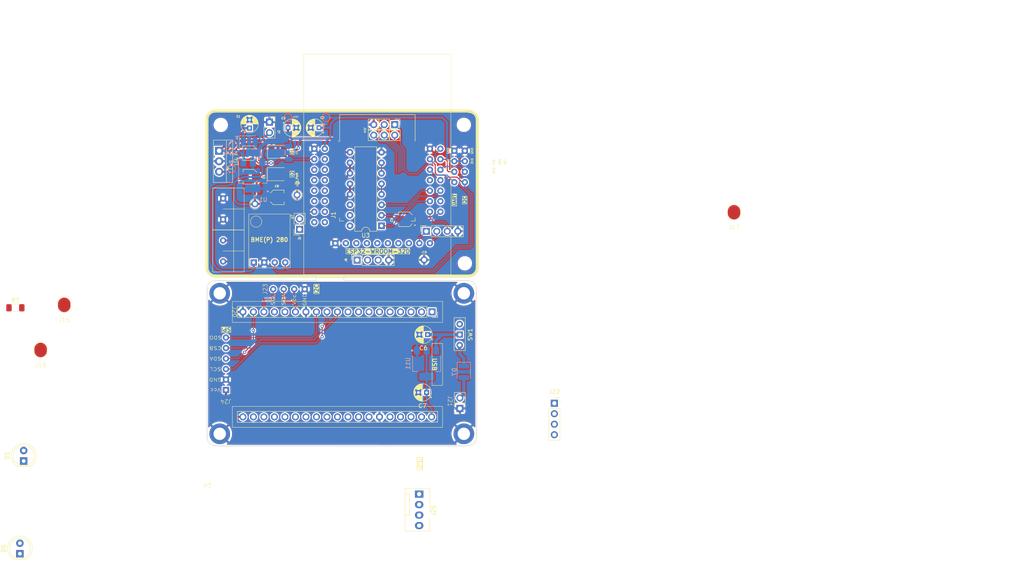
<source format=kicad_pcb>
(kicad_pcb (version 20240108) (generator "pcbnew") (generator_version "8.0")
  (layers (0 "F.Cu" signal) (31 "B.Cu" signal) (34 "B.Paste" user) (35 "F.Paste" user) (36 "B.SilkS" user "B.Silkscreen") (37 "F.SilkS" user "F.Silkscreen") (38 "B.Mask" user) (39 "F.Mask" user) (44 "Edge.Cuts" user))
  (net 0 "")
  (net 1 "GND")
  (net 2 "+3V3")
  (net 3 "+5V")
  (net 4 "/RXD")
  (net 5 "/TXD")
  (net 6 "/SDA")
  (net 7 "/GPIO_33")
  (net 8 "/SCL")
  (net 9 "/OUT3")
  (net 10 "/EN")
  (net 11 "/SOURCE2")
  (net 12 "/SOURCE1")
  (net 13 "/SOURCE3")
  (net 14 "/VDC")
  (net 15 "/DAC1")
  (net 16 "/DAC2")
  (net 17 "/GPIO39")
  (net 18 "/GPIO19")
  (net 19 "/GPIO17")
  (net 20 "/GPIO5")
  (net 21 "/GPIO18")
  (net 22 "/SD_DATA0")
  (net 23 "/ADC2_CH3")
  (net 24 "/SD_DATA3")
  (net 25 "/SD_CMD")
  (net 26 "/SD_CLK")
  (net 27 "/SD_DATA2")
  (net 28 "/SD_DATA1")
  (net 29 "/ADC2_CH0")
  (net 30 "/GPIO23")
  (net 31 "/GPIO36")
  (net 32 "/ADC2_CH2")
  (net 33 "/BOOT")
  (net 34 "/GPIO13")
  (net 35 "/SOURCE4")
  (net 36 "/SOURCE5")
  (net 37 "/SIPO_DATA")
  (net 38 "/SIPO_CLK")
  (net 39 "/SIPO_LATCH")
  (net 40 "/GPIO14")
  (net 41 "/OUT1")
  (net 42 "/VIN")
  (net 43 "Net-(D5-Pad1)")
  (net 44 "Net-(J15-Pin_1)")
  (net 45 "Net-(J19-Pin_1)")
  (net 46 "/OUT2")
  (net 58 "/ESP32-WROOM-32U Node/VIN")
  (net 63 "/ESP32-WROOM-32U Node/VDC")
  (net 74 "/ESP32-WROOM-32U Node/SPI-SDO")
  (net 75 "/ESP32-WROOM-32U Node/TX")
  (net 76 "Net-(D7-A)")
  (net 77 "/ESP32-WROOM-32U Node/SDA-2")
  (net 78 "/ESP32-WROOM-32U Node/SPI-CSB")
  (net 79 "/ESP32-WROOM-32U Node/SPI-SCL")
  (net 80 "/ESP32-WROOM-32U Node/SCL-2")
  (net 81 "/ESP32-WROOM-32U Node/RX")
  (net 82 "/ESP32-WROOM-32U Node/SPI-SDA")
  (net 84 "/ESP32-WROOM-32U Node/12V")
  (net 88 "/I2")
  (net 89 "/I1")
  (footprint "Capacitor_THT:CP_Radial_D4.0mm_P2.00mm" (layer "F.Cu") (at 107 44.2 180)
    (property "Reference" "C2")
    (property "Value" "1uF")
  )
  (footprint "LED_SMD:LED_1210_3225Metric_Pad1.42x2.65mm_HandSolder" (layer "F.Cu") (at 97 55.45)
    (property "Reference" "D2")
    (property "Value" "STATUS")
  )
  (footprint "Alexander Footprint Library:Board_65-40" (layer "F.Cu") (at 80 131.25)
    (property "Reference" "H3")
    (property "Value" "Project_Box_Board_65x40")
    (fp_line (start 0 -13) (end 0 -47) (stroke (width 0.05)) (layer "Edge.Cuts"))
    (fp_line (start 3 -50) (end 62 -50) (stroke (width 0.05)) (layer "Edge.Cuts"))
    (fp_line (start 62 -10) (end 3 -10) (stroke (width 0.05)) (layer "Edge.Cuts"))
    (fp_line (start 65 -47) (end 65 -13) (stroke (width 0.05)) (layer "Edge.Cuts"))
    (fp_arc (start 0 -47) (mid 0.87868 -49.12132) (end 3 -50) (stroke (width 0.05)) (layer "Edge.Cuts"))
    (fp_arc (start 3 -10) (mid 0.87868 -10.87868) (end 0 -13) (stroke (width 0.05)) (layer "Edge.Cuts"))
    (fp_arc (start 62 -50) (mid 64.12132 -49.12132) (end 65 -47) (stroke (width 0.05)) (layer "Edge.Cuts"))
    (fp_arc (start 65 -13) (mid 64.12132 -10.87868) (end 62 -10) (stroke (width 0.05)) (layer "Edge.Cuts"))
  )
  (footprint "Capacitor_SMD:CP_Elec_3x5.3" (layer "F.Cu") (at 90.3 50.35 180)
    (property "Reference" "C4")
    (property "Value" "0.1uF")
  )
  (footprint "Resistor_SMD:R_1206_3216Metric_Pad1.30x1.75mm_HandSolder" (layer "F.Cu") (at 33.612 87.7585)
    (property "Reference" "R7")
    (property "Value" "4K7")
  )
  (footprint "LED_THT:LED_D5.0mm" (layer "F.Cu") (at 34.7 147.25 90)
    (property "Reference" "D6")
    (property "Value" "LED_STATUS")
  )
  (footprint "Connector_PinSocket_2.54mm:PinSocket_1x04_P2.54mm_Vertical" (layer "F.Cu") (at 163.88 110.85)
    (property "Reference" "J22")
    (property "Value" "PWR_SATA_Conn_01x04")
  )
  (footprint "Alexander Footprint Library:Pad_1x01_P2.54_SMD" (layer "F.Cu") (at 39.712 102.098)
    (property "Reference" "J19")
    (property "Value" "LED_PWR")
  )
  (footprint "Alexanddr Footprints Library:ESP32-WROOM-Adapter-Socket-2" (layer "F.Cu") (at 121.1 56.9025)
    (property "Reference" "J1")
    (property "Value" "~")
  )
  (footprint "Alexander Footprint Library:Pad_1x01_P2.54_SMD" (layer "F.Cu") (at 45.412 91.198)
    (property "Reference" "J15")
    (property "Value" "LED_PWR")
  )
  (footprint "MountingHole:MountingHole_3mm" (layer "F.Cu") (at 142 43.5)
    (property "Reference" "H1" (hide yes))
    (property "Value" "MountingHole_Pad")
  )
  (footprint "MountingHole:MountingHole_3mm" (layer "F.Cu") (at 83.25 43.53)
    (property "Reference" "H2" (hide yes))
    (property "Value" "MountingHole_Pad")
  )
  (footprint "Alexander Footprints Library:Conn_Terminal_5mm" (layer "F.Cu") (at 83.82 53.69)
    (property "Reference" "J9" (hide yes))
    (property "Value" "Conn_01x02_Socket")
  )
  (footprint "Alexander Footprint Library:Pad_1x01_P2.54_SMD" (layer "F.Cu") (at 207.3 68.7895)
    (property "Reference" "J17")
    (property "Value" "GND")
  )
  (footprint "Connector:FanPinHeader_1x04_P2.54mm_Vertical" (layer "F.Cu") (at 131.2 132.83 -90)
    (property "Reference" "J25")
    (property "Value" "Conn_01x04_Pin")
  )
  (footprint "Capacitor_SMD:CP_Elec_3x5.3" (layer "F.Cu") (at 90.4 56.05 180)
    (property "Reference" "C9")
    (property "Value" "0.1uF")
  )
  (footprint "Capacitor_THT:CP_Radial_D4.0mm_P2.00mm" (layer "F.Cu") (at 133.25 94.25 180)
    (property "Reference" "C6")
    (property "Value" "1uF")
  )
  (footprint "Alexander Footprint Library:PinSocket_1x01_P2.54" (layer "F.Cu") (at 91.5 65.19)
    (property "Reference" "J7")
    (property "Value" "LED_PWR")
  )
  (footprint "Alexander Footprint Library:Conn_SPI" (layer "F.Cu") (at 84.5 112.74 180)
    (property "Reference" "J24")
    (property "Value" "~")
  )
  (footprint "Connector_PinSocket_2.54mm:PinSocket_1x02_P2.54mm_Vertical" (layer "F.Cu") (at 95.025 42.85)
    (property "Reference" "J2")
    (property "Value" "PWR")
  )
  (footprint "Connector_PinSocket_2.54mm:PinSocket_1x04_P2.54mm_Vertical" (layer "F.Cu") (at 116.2 76.225 90)
    (property "Reference" "J6")
    (property "Value" "SOURCE")
  )
  (footprint "Package_DIP:DIP-16_W7.62mm" (layer "F.Cu") (at 122.1 67.925 180)
    (property "Reference" "U3")
    (property "Value" "ULN2003")
  )
  (footprint "Connector_PinSocket_2.54mm:PinSocket_1x04_P2.54mm_Vertical" (layer "F.Cu") (at 132.92 69.25 90)
    (property "Reference" "J10" (hide yes))
    (property "Value" "ADC")
  )
  (footprint "Capacitor_SMD:CP_Elec_3x5.3" (layer "F.Cu") (at 128 66.35 180)
    (property "Reference" "C5")
    (property "Value" "0.1uF")
  )
  (footprint "Alexander Footprint Library:PinSocket_1x02_P2.54" (layer "F.Cu") (at 142.25 107 180)
    (property "Reference" "J21")
    (property "Value" "PWR")
  )
  (footprint "Capacitor_THT:CP_Radial_D4.0mm_P2.00mm" (layer "F.Cu") (at 99.5 44.2)
    (property "Reference" "C3")
    (property "Value" "1uF")
  )
  (footprint "Alexander Footprint Library:Conn_ESP32_WROOM-DevKit-38pins" (layer "F.Cu") (at 86.06 88.75 -90)
    (property "Reference" "J20")
    (property "Value" "~")
  )
  (footprint "Capacitor_SMD:CP_Elec_3x5.3" (layer "F.Cu") (at 96.8 61.05)
    (property "Reference" "C8")
    (property "Value" "10uF")
  )
  (footprint "Alexander Footprint Library:PinSocket_1x01_P2.54" (layer "F.Cu") (at 101.7 63.02)
    (property "Reference" "J18")
    (property "Value" "LED_PWR")
  )
  (footprint "Alexander Footprint Library:Conn_I2C" (layer "F.Cu") (at 111.16 83.25 -90)
    (property "Reference" "J23")
    (property "Value" "I2C")
  )
  (footprint "Connector_PinSocket_2.54mm:PinSocket_1x02_P2.54mm_Vertical" (layer "F.Cu") (at 102.3 68.79 180)
    (property "Reference" "J5")
    (property "Value" "DAC")
  )
  (footprint "Alexander Footprint Library:CONN_2x3" (layer "F.Cu") (at 130.38 43.45 -90)
    (property "Reference" "J14")
    (property "Value" "GPIO")
  )
  (footprint "Alexander Footprints Library:Conn_UART" (layer "F.Cu") (at 139.7 42.15)
    (property "Reference" "J3" (hide yes))
    (property "Value" "UART")
  )
  (footprint "Alexander Footprint Library:SW_Slide-03_7.3x2.5x2.5_P2.54mm" (layer "F.Cu") (at 141 94.25 -90)
    (property "Reference" "SW1")
    (property "Value" "SW_SPDT")
  )
  (footprint "Alexander Footprint Library:PinSocket_1x01_P2.54" (layer "F.Cu") (at 132.4 78.72)
    (property "Reference" "J16")
    (property "Value" "GND")
  )
  (footprint "Capacitor_THT:CP_Radial_D4.0mm_P2.00mm" (layer "F.Cu") (at 90.2 44.3 90)
    (property "Reference" "C1")
    (property "Value" "1uF")
  )
  (footprint "Alexander Footprint Library:BME280_BMP280_I2C" (layer "F.Cu") (at 90 78.1 90)
    (property "Reference" "U7")
    (property "Value" "BME(P)280")
  )
  (footprint "Capacitor_THT:CP_Radial_D4.0mm_P2.00mm" (layer "F.Cu") (at 133 108.25 180)
    (property "Reference" "C7")
    (property "Value" "1uF")
  )
  (footprint "Alexander Footprint Library:LD1117" (layer "F.Cu") (at 82.855 49.77 -90)
    (property "Reference" "U4")
    (property "Value" "L7805")
  )
  (footprint "Alexander Footprints Library:Conn_I2C" (layer "F.Cu") (at 142.24 42.15)
    (property "Reference" "J4" (hide yes))
    (property "Value" "I2C")
  )
  (footprint "LED_THT:LED_D5.0mm" (layer "F.Cu") (at 35.612 124.8335 90)
    (property "Reference" "D5")
    (property "Value" "LED_PWR")
  )
  (footprint "LED_SMD:LED_1210_3225Metric_Pad1.42x2.65mm_HandSolder" (layer "F.Cu") (at 97 50)
    (property "Reference" "D1")
    (property "Value" "PWR")
  )
  (footprint "MountingHole:MountingHole_3mm" (layer "F.Cu") (at 142.25 77)
    (property "Reference" "H4" (hide yes))
    (property "Value" "MountingHole_Pad")
  )
  (footprint "Alexander Footprints Library:Conn_Terminal_5mm" (layer "F.Cu") (at 83.82 63.85)
    (property "Reference" "J8" (hide yes))
    (property "Value" "Conn_01x02_Socket")
  )
  (footprint "TestPoint:TestPoint_Pad_D1.5mm" (layer "B.Cu") (at 99.5 41.75 180)
    (property "Reference" "TP4")
    (property "Value" "5V")
  )
  (footprint "TestPoint:TestPoint_Pad_D1.5mm" (layer "B.Cu") (at 108.7 41.75 180)
    (property "Reference" "TP3")
    (property "Value" "3V3")
  )
  (footprint "Diode_SMD:D_1210_3225Metric" (layer "B.Cu") (at 142 103.25 -90)
    (property "Reference" "D7")
    (property "Value" "D")
  )
  (footprint "Resistor_SMD:R_1206_3216Metric_Pad1.30x1.75mm_HandSolder" (layer "B.Cu") (at 99.7 50.25 -90)
    (property "Reference" "R1")
    (property "Value" "10K")
  )
  (footprint "Diode_SMD:D_1210_3225Metric" (layer "B.Cu") (at 90.1 47.75)
    (property "Reference" "D4")
    (property "Value" "D")
  )
  (footprint "TestPoint:TestPoint_Pad_D1.5mm" (layer "B.Cu") (at 86.2 48.45 180)
    (property "Reference" "TP1")
    (property "Value" "VIN")
  )
  (footprint "TestPoint:TestPoint_Pad_D1.5mm" (layer "B.Cu") (at 85.9 54.15 180)
    (property "Reference" "TP2")
    (property "Value" "GND")
  )
  (footprint "Package_TO_SOT_SMD:SOT-223-3_TabPin2" (layer "B.Cu") (at 91 55.75 -90)
    (property "Reference" "U1")
    (property "Value" "AMS1117-3V3")
  )
  (footprint "Package_TO_SOT_SMD:SOT-223-3_TabPin2" (layer "B.Cu") (at 133 101.25 -90)
    (property "Reference" "U11")
    (property "Value" "AMS1117-5.0")
  )
  (gr_line (start 145.25 42.11421) (end 145.25 78.085782) (stroke (width 0.75)) (layer "F.SilkS"))
  (gr_line (start 81.914218 40.164218) (end 143.08579 40.164218) (stroke (width 0.75)) (layer "F.SilkS"))
  (gr_arc (start 145.25 78.085782) (mid 144.66422 79.500007) (end 143.25 80.085782) (stroke (width 0.75)) (layer "F.SilkS"))
  (gr_line (start 79.914218 42.11421) (end 79.914218 78.085782) (stroke (width 0.75)) (layer "F.SilkS"))
  (gr_arc (start 81.914218 80.085782) (mid 80.499999 79.500001) (end 79.914218 78.085782) (stroke (width 0.75)) (layer "F.SilkS"))
  (gr_arc (start 143.25 40.25) (mid 144.664214 40.835786) (end 145.25 42.25) (stroke (width 0.75)) (layer "F.SilkS"))
  (gr_arc (start 79.914218 42.164218) (mid 80.499999 40.749999) (end 81.914218 40.164218) (stroke (width 0.75)) (layer "F.SilkS"))
  (gr_line (start 81.914214 80.085782) (end 143.085786 80.085782) (stroke (width 0.75)) (layer "F.SilkS"))
  (gr_line (start 82.014214 80.235786) (end 106.4 80.25) (stroke (width 0.1)) (layer "Edge.Cuts"))
  (gr_line (start 80 42.25) (end 80.014214 78.235786) (stroke (width 0.1)) (layer "Edge.Cuts"))
  (gr_arc (start 79.921321 83.157107) (mid 80.507106 81.742896) (end 81.921321 81.157107) (stroke (width 0.1)) (layer "Edge.Cuts"))
  (gr_line (start 81.921321 121.128679) (end 143.107107 121.142893) (stroke (width 0.1)) (layer "Edge.Cuts"))
  (gr_arc (start 81.921321 121.128679) (mid 80.507101 120.542899) (end 79.921321 119.128679) (stroke (width 0.1)) (layer "Edge.Cuts"))
  (gr_line (start 143.092893 81.157107) (end 113 81.15) (stroke (width 0.1)) (layer "Edge.Cuts"))
  (gr_arc (start 145.107107 119.142893) (mid 144.521321 120.557107) (end 143.107107 121.142893) (stroke (width 0.1)) (layer "Edge.Cuts"))
  (gr_line (start 106.4 81.15) (end 81.921321 81.157107) (stroke (width 0.1)) (layer "Edge.Cuts"))
  (gr_arc (start 143.185786 40.264214) (mid 144.600004 40.849996) (end 145.185786 42.264214) (stroke (width 0.1)) (layer "Edge.Cuts"))
  (gr_line (start 113 80.25) (end 143.185786 80.235786) (stroke (width 0.1)) (layer "Edge.Cuts"))
  (gr_arc (start 82.014214 80.235786) (mid 80.599996 79.650004) (end 80.014214 78.235786) (stroke (width 0.1)) (layer "Edge.Cuts"))
  (gr_line (start 145.185786 42.264214) (end 145.185786 78.235786) (stroke (width 0.1)) (layer "Edge.Cuts"))
  (gr_arc (start 80 42.25) (mid 80.585786 40.835786) (end 82 40.25) (stroke (width 0.1)) (layer "Edge.Cuts"))
  (gr_line (start 145.107107 119.142893) (end 145.092893 83.157107) (stroke (width 0.1)) (layer "Edge.Cuts"))
  (gr_line (start 79.921321 119.128679) (end 79.921321 83.157107) (stroke (width 0.1)) (layer "Edge.Cuts"))
  (gr_line (start 106.4 81.15) (end 106.4 80.25) (stroke (width 0.1)) (layer "Edge.Cuts"))
  (gr_arc (start 145.185786 78.235786) (mid 144.600004 79.650004) (end 143.185786 80.235786) (stroke (width 0.1)) (layer "Edge.Cuts"))
  (gr_arc (start 143.092893 81.157107) (mid 144.507112 81.742888) (end 145.092893 83.157107) (stroke (width 0.1)) (layer "Edge.Cuts"))
  (gr_line (start 113 81.15) (end 113 80.25) (stroke (width 0.1)) (layer "Edge.Cuts"))
  (gr_line (start 143.185786 40.264214) (end 82 40.25) (stroke (width 0.1)) (layer "Edge.Cuts"))
  (gr_text "PWR" (at 132 127.25 90) (layer "F.SilkS" knockout) (effects (font (size 1 1) (thickness 0.25) (bold yes)) (justify left bottom)))
  (segment (start 84.21 66) (end 83.82 66.39) (width 0.5) (layer "F.Cu") (net 1))
  (segment (start 95.5 54.8625) (end 95.5125 54.85) (width 0.25) (layer "F.Cu") (net 1))
  (segment (start 95.5 55.4625) (end 95.5125 55.45) (width 0.25) (layer "F.Cu") (net 1))
  (segment (start 91.5 59.65) (end 91.9 59.25) (width 0.5) (layer "F.Cu") (net 2))
  (segment (start 101.15 50) (end 102 49.15) (width 0.5) (layer "F.Cu") (net 2))
  (segment (start 84.5 107.66) (end 84.5 112.25) (width 0.5) (layer "F.Cu") (net 2))
  (segment (start 87.75 85.75) (end 100 85.75) (width 0.5) (layer "F.Cu") (net 2))
  (segment (start 94.63 62.62) (end 91.5 62.62) (width 0.5) (layer "F.Cu") (net 2))
  (segment (start 101 84.75) (end 101 83.25) (width 0.5) (layer "F.Cu") (net 2))
  (segment (start 88.6 114.15) (end 86.4 114.15) (width 0.5) (layer "F.Cu") (net 2))
  (segment (start 84.5 112.25) (end 85.25 113) (width 0.5) (layer "F.Cu") (net 2))
  (segment (start 91.9 59.25) (end 91.9 56.05) (width 0.5) (layer "F.Cu") (net 2))
  (segment (start 98.4875 50) (end 101.15 50) (width 0.5) (layer "F.Cu") (net 2))
  (segment (start 95.3 61.05) (end 95.3 61.95) (width 0.5) (layer "F.Cu") (net 2))
  (segment (start 95.3 61.95) (end 94.63 62.62) (width 0.5) (layer "F.Cu") (net 2))
  (segment (start 82.25 110) (end 82.25 91.25) (width 0.5) (layer "F.Cu") (net 2))
  (segment (start 91.5 62.62) (end 91.5 59.65) (width 0.5) (layer "F.Cu") (net 2))
  (segment (start 82.25 91.25) (end 87.75 85.75) (width 0.5) (layer "F.Cu") (net 2))
  (segment (start 86.4 114.15) (end 85.25 113) (width 0.5) (layer "F.Cu") (net 2))
  (segment (start 100 85.75) (end 101 84.75) (width 0.5) (layer "F.Cu") (net 2))
  (segment (start 85.25 113) (end 82.25 110) (width 0.5) (layer "F.Cu") (net 2))
  (via (at 102 49.15) (size 0.8) (drill 0.4) (layers "F.Cu" "B.Cu") (net 2))
  (segment (start 96.075 48.7) (end 97.525 48.7) (width 0.5) (layer "B.Cu") (net 2))
  (segment (start 108.4 49.2825) (end 108.4 47.85) (width 0.5) (layer "B.Cu") (net 2))
  (segment (start 109.408578 44.2) (end 107 44.2) (width 0.5) (layer "B.Cu") (net 2))
  (segment (start 109.5 46.75) (end 109.75 46.5) (width 0.5) (layer "B.Cu") (net 2))
  (segment (start 81.3 75.997918) (end 81.3 59.75104) (width 0.5) (layer "B.Cu") (net 2))
  (segment (start 93.3 54.905025) (end 93.3 52.6) (width 0.5) (layer "B.Cu") (net 2))
  (segment (start 100 48.7) (end 100 48.03033) (width 0.5) (layer "B.Cu") (net 2))
  (segment (start 137.9 51.55) (end 138.66 52.31) (width 0.5) (layer "B.Cu") (net 2))
  (segment (start 84.202081 78.9) (end 89.990883 78.9) (width 0.5) (layer "B.Cu") (net 2))
  (segment (start 109.75 45) (end 109.75 44.141421) (width 0.5) (layer "B.Cu") (net 2))
  (segment (start 103 46.75) (end 101.28033 46.75) (width 0.5) (layer "B.Cu") (net 2))
  (segment (start 109.75 43.858578) (end 109.75 44.141421) (width 0.5) (layer "B.Cu") (net 2))
  (segment (start 138.66 52.31) (end 139.7 52.31) (width 0.5) (layer "B.Cu") (net 2))
  (segment (start 139.7 52.31) (end 142.24 52.31) (width 0.5) (layer "B.Cu") (net 2))
  (segment (start 129.1 41.75) (end 136.8 41.75) (width 0.5) (layer "B.Cu") (net 2))
  (segment (start 112.31066 41.75) (end 129.1 41.75) (width 0.5) (layer "B.Cu") (net 2))
  (segment (start 88.207106 62.75) (end 91.5 62.75) (width 0.5) (layer "B.Cu") (net 2))
  (segment (start 86.5 61.042893) (end 86.5 57.5) (width 0.5) (layer "B.Cu") (net 2))
  (segment (start 103 46.75) (end 109.5 46.75) (width 0.5) (layer "B.Cu") (net 2))
  (segment (start 137.9 42.85) (end 137.9 51.55) (width 0.5) (layer "B.Cu") (net 2))
  (segment (start 91.22 77.670883) (end 91.22 76.8) (width 0.5) (layer "B.Cu") (net 2))
  (segment (start 89.455634 56.1) (end 92.105025 56.1) (width 0.5) (layer "B.Cu") (net 2))
  (segment (start 96.075 48.7) (end 95.177817 48.7) (width 0.5) (layer "B.Cu") (net 2))
  (segment (start 136.8 41.75) (end 137.9 42.85) (width 0.5) (layer "B.Cu") (net 2))
  (segment (start 108.4 47.85) (end 109.75 46.5) (width 0.5) (layer "B.Cu") (net 2))
  (segment (start 109.75 46.5) (end 109.75 45) (width 0.5) (layer "B.Cu") (net 2))
  (segment (start 110.015165 42.984834) (end 110.5 42.5) (width 0.5) (layer "B.Cu") (net 2))
  (segment (start 102 47.75) (end 103 46.75) (width 0.5) (layer "B.Cu") (net 2))
  (segment (start 109.75 43.858578) (end 109.75 43.625) (width 0.5) (layer "B.Cu") (net 2))
  (segment (start 93.3 52.6) (end 93.3 50.577817) (width 0.5) (layer "B.Cu") (net 2))
  (segment (start 82.75104 58.3) (end 84.144365 58.3) (width 0.5) (layer "B.Cu") (net 2))
  (segment (start 102 49.15) (end 102 47.75) (width 0.5) (layer "B.Cu") (net 2))
  (segment (start 129.3 41.75) (end 129.1 41.75) (width 0.5) (layer "B.Cu") (net 2))
  (segment (start 108.7 41.75) (end 112.31066 41.75) (width 0.5) (layer "B.Cu") (net 2))
  (segment (start 100 48.7) (end 97.525 48.7) (width 0.5) (layer "B.Cu") (net 2))
  (arc (start 93.3 54.905025) (mid 93.209037 55.362322) (end 92.95 55.75) (width 0.5) (layer "B.Cu") (net 2))
  (arc (start 86.8 57.2) (mid 85.581584 58.014119) (end 84.144365 58.3) (width 0.5) (layer "B.Cu") (net 2))
  (arc (start 89.455634 56.1) (mid 88.018415 56.38588) (end 86.8 57.2) (width 0.5) (layer "B.Cu") (net 2))
  (arc (start 86.5 61.042893) (mid 86.629945 61.696174) (end 87 62.25) (width 0.5) (layer "B.Cu") (net 2))
  (arc (start 82.75104 58.3) (mid 82.195751 58.410453) (end 81.725 58.725) (width 0.5) (layer "B.Cu") (net 2))
  (arc (start 92.95 55.75) (mid 92.562322 56.009037) (end 92.105025 56.1) (width 0.5) (layer "B.Cu") (net 2))
  (arc (start 109.75 43.625) (mid 109.818914 43.278544) (end 110.015165 42.984834) (width 0.5) (layer "B.Cu") (net 2))
  (arc (start 95.177817 48.7) (mid 94.459207 48.84294) (end 93.85 49.25) (width 0.5) (layer "B.Cu") (net 2))
  (arc (start 82.15 78.05) (mid 83.091502 78.679092) (end 84.202081 78.9) (width 0.5) (layer "B.Cu") (net 2))
  (arc (start 109.75 44.141421) (mid 109.713838 44.087301) (end 109.65 44.1) (width 0.5) (layer "B.Cu") (net 2))
  (arc (start 93.85 49.25) (mid 93.44294 49.859207) (end 93.3 50.577817) (width 0.5) (layer "B.Cu") (net 2))
  (arc (start 90.86 78.54) (mid 90.461245 78.806439) (end 89.990883 78.9) (width 0.5) (layer "B.Cu") (net 2))
  (arc (start 109.65 44.1) (mid 109.539234 44.17401) (end 109.408578 44.2) (width 0.5) (layer "B.Cu") (net 2))
  (arc (start 87 62.25) (mid 87.553825 62.620054) (end 88.207106 62.75) (width 0.5) (layer "B.Cu") (net 2))
  (arc (start 81.725 58.725) (mid 81.410453 59.195751) (end 81.3 59.75104) (width 0.5) (layer "B.Cu") (net 2))
  (arc (start 101.28033 46.75) (mid 100.790368 46.847459) (end 100.375 47.125) (width 0.5) (layer "B.Cu") (net 2))
  (arc (start 91.22 77.670883) (mid 91.126439 78.141245) (end 90.86 78.54) (width 0.5) (layer "B.Cu") (net 2))
  (arc (start 110.5 42.5) (mid 111.330737 41.944918) (end 112.31066 41.75) (width 0.5) (layer "B.Cu") (net 2))
  (arc (start 109.65 44.1) (mid 109.72401 43.989234) (end 109.75 43.858578) (width 0.5) (layer "B.Cu") (net 2))
  (arc (start 100.375 47.125) (mid 100.097459 47.540368) (end 100 48.03033) (width 0.5) (layer "B.Cu") (net 2))
  (arc (start 81.3 75.997918) (mid 81.520907 77.108496) (end 82.15 78.05) (width 0.5) (layer "B.Cu") (net 2))
  (segment (start 99.5 45.693413) (end 99.5 44.2) (width 0.5) (layer "F.Cu") (net 3))
  (segment (start 111.2 46.85) (end 100.365867 46.85) (width 0.5) (layer "F.Cu") (net 3))
  (segment (start 98.6375 46.9625) (end 99.2125 46.3875) (width 0.5) (layer "F.Cu") (net 3))
  (segment (start 100.365867 46.85) (end 99.465867 45.95) (width 0.5) (layer "F.Cu") (net 3))
  (segment (start 112 47.65) (end 111.2 46.85) (width 0.5) (layer "F.Cu") (net 3))
  (segment (start 112 49.15) (end 112 47.65) (width 0.5) (layer "F.Cu") (net 3))
  (segment (start 88.1 47.25) (end 97.943413 47.25) (width 0.5) (layer "F.Cu") (net 3))
  (segment (start 84.9 54.85) (end 85.4 54.35) (width 0.5) (layer "F.Cu") (net 3))
  (segment (start 85.4 54.35) (end 85.4 49.95) (width 0.5) (layer "F.Cu") (net 3))
  (segment (start 114.48 50.145) (end 112.995 50.145) (width 0.5) (layer "F.Cu") (net 3))
  (segment (start 112.995 50.145) (end 112 49.15) (width 0.5) (layer "F.Cu") (net 3))
  (segment (start 82.855 54.85) (end 84.9 54.85) (width 0.5) (layer "F.Cu") (net 3))
  (segment (start 85.4 49.95) (end 88.1 47.25) (width 0.5) (layer "F.Cu") (net 3))
  (arc (start 97.943413 47.25) (mid 98.31905 47.175281) (end 98.6375 46.9625) (width 0.5) (layer "F.Cu") (net 3))
  (arc (start 99.5 45.693413) (mid 99.425281 46.06905) (end 99.2125 46.3875) (width 0.5) (layer "F.Cu") (net 3))
  (segment (start 133 98.1) (end 133 104.4) (width 0.5) (layer "B.Cu") (net 3))
  (segment (start 133 108.25) (end 133 104.4) (width 0.5) (layer "B.Cu") (net 3))
  (segment (start 133 111) (end 133 108.25) (width 0.5) (layer "B.Cu") (net 3))
  (segment (start 134.21 114.15) (end 134.21 112.21) (width 0.5) (layer "B.Cu") (net 3))
  (segment (start 134.21 112.21) (end 133 111) (width 0.5) (layer "B.Cu") (net 3))
  (segment (start 99.5 42.25) (end 99.5 44.2) (width 0.25) (layer "B.Cu") (net 3))
  (segment (start 139.7 57.35) (end 139.7 57.39) (width 0.25) (layer "F.Cu") (net 4))
  (segment (start 140.3 57.45) (end 139.3 57.45) (width 0.25) (layer "F.Cu") (net 4))
  (segment (start 139.04 57.39) (end 139.7 57.39) (width 0.25) (layer "F.Cu") (net 4))
  (segment (start 137.96 55.65) (end 139.7 57.39) (width 0.25) (layer "B.Cu") (net 4))
  (segment (start 133.8 54.3625) (end 135.0875 55.65) (width 0.25) (layer "B.Cu") (net 4))
  (segment (start 135.0875 55.65) (end 137.96 55.65) (width 0.25) (layer "B.Cu") (net 4))
  (segment (start 138 52.25) (end 137.5725 51.8225) (width 0.25) (layer "F.Cu") (net 5))
  (segment (start 139.7 54.85) (end 138.3 54.85) (width 0.25) (layer "F.Cu") (net 5))
  (segment (start 137.5725 51.8225) (end 136.34 51.8225) (width 0.25) (layer "F.Cu") (net 5))
  (segment (start 138 54.55) (end 138 52.25) (width 0.25) (layer "F.Cu") (net 5))
  (segment (start 138.3 54.85) (end 138 54.55) (width 0.25) (layer "F.Cu") (net 5))
  (segment (start 139.7 54.85) (end 139.5 54.85) (width 0.25) (layer "F.Cu") (net 5))
  (segment (start 142.24 54.85) (end 142.24 55.51) (width 0.25) (layer "F.Cu") (net 6))
  (segment (start 98.84 76.8) (end 98.84 78.09) (width 0.25) (layer "B.Cu") (net 6))
  (segment (start 141 57.95) (end 141 56.09) (width 0.25) (layer "B.Cu") (net 6))
  (segment (start 140.990501 53.600501) (end 142.24 54.85) (width 0.25) (layer "B.Cu") (net 6))
  (segment (start 136.34 54.3625) (end 137.101999 53.600501) (width 0.25) (layer "B.Cu") (net 6))
  (segment (start 143.281802 72.781802) (end 143.55 72.513604) (width 0.25) (layer "B.Cu") (net 6))
  (segment (start 99.4 78.65) (end 130.7 78.65) (width 0.25) (layer "B.Cu") (net 6))
  (segment (start 130.7 78.65) (end 134.55 78.65) (width 0.25) (layer "B.Cu") (net 6))
  (segment (start 143.55 72.513604) (end 143.55 60.5) (width 0.25) (layer "B.Cu") (net 6))
  (segment (start 143.55 60.5) (end 141 57.95) (width 0.25) (layer "B.Cu") (net 6))
  (segment (start 140.418198 72.781802) (end 143.281802 72.781802) (width 0.25) (layer "B.Cu") (net 6))
  (segment (start 98.84 78.09) (end 99.4 78.65) (width 0.25) (layer "B.Cu") (net 6))
  (segment (start 141 56.09) (end 142.24 54.85) (width 0.25) (layer "B.Cu") (net 6))
  (segment (start 137.101999 53.600501) (end 140.990501 53.600501) (width 0.25) (layer "B.Cu") (net 6))
  (segment (start 134.55 78.65) (end 140.418198 72.781802) (width 0.25) (layer "B.Cu") (net 6))
  (segment (start 135.1 55.15) (end 135.6 55.65) (width 0.25) (layer "F.Cu") (net 8))
  (segment (start 133.8 51.8225) (end 135.1 53.1225) (width 0.25) (layer "F.Cu") (net 8))
  (segment (start 141.603604 57.39) (end 142.24 57.39) (width 0.25) (layer "F.Cu") (net 8))
  (segment (start 137.3 55.65) (end 137.8 56.15) (width 0.25) (layer "F.Cu") (net 8))
  (segment (start 135.1 53.1225) (end 135.1 55.15) (width 0.25) (layer "F.Cu") (net 8))
  (segment (start 135.6 55.65) (end 137.3 55.65) (width 0.25) (layer "F.Cu") (net 8))
  (segment (start 140.363604 56.15) (end 141.603604 57.39) (width 0.25) (layer "F.Cu") (net 8))
  (segment (start 137.8 56.15) (end 140.363604 56.15) (width 0.25) (layer "F.Cu") (net 8))
  (segment (start 142.24 58.553604) (end 142.24 57.39) (width 0.25) (layer "B.Cu") (net 8))
  (segment (start 144 72.7) (end 144 60.313604) (width 0.25) (layer "B.Cu") (net 8))
  (segment (start 134.8 79.1) (end 140.6 73.3) (width 0.25) (layer "B.Cu") (net 8))
  (segment (start 140.6 73.3) (end 143.4 73.3) (width 0.25) (layer "B.Cu") (net 8))
  (segment (start 96.3 76.8) (end 96.3 78.45) (width 0.25) (layer "B.Cu") (net 8))
  (segment (start 143.4 73.3) (end 144 72.7) (width 0.25) (layer "B.Cu") (net 8))
  (segment (start 96.3 78.45) (end 96.95 79.1) (width 0.25) (layer "B.Cu") (net 8))
  (segment (start 144 60.313604) (end 142.24 58.553604) (width 0.25) (layer "B.Cu") (net 8))
  (segment (start 96.95 79.1) (end 134.8 79.1) (width 0.25) (layer "B.Cu") (net 8))
  (segment (start 92.3 52.75) (end 91.8 52.25) (width 0.25) (layer "F.Cu") (net 10))
  (segment (start 91.8 52.25) (end 91.8 50.35) (width 0.25) (layer "F.Cu") (net 10))
  (segment (start 95.4 52.75) (end 92.3 52.75) (width 0.25) (layer "F.Cu") (net 10))
  (via (at 95.4 52.75) (size 0.8) (drill 0.4) (layers "F.Cu" "B.Cu") (net 10))
  (segment (start 95.4 52.75) (end 96.7 52.75) (width 0.25) (layer "B.Cu") (net 10))
  (segment (start 101.4 51.8) (end 101.45 51.8) (width 0.25) (layer "B.Cu") (net 10))
  (segment (start 105.86 51.8225) (end 101.4225 51.8225) (width 0.25) (layer "B.Cu") (net 10))
  (segment (start 99.7 51.8) (end 101.4 51.8) (width 0.25) (layer "B.Cu") (net 10))
  (segment (start 97.65 51.8) (end 99.7 51.8) (width 0.25) (layer "B.Cu") (net 10))
  (segment (start 101.4225 51.8225) (end 101.4 51.8) (width 0.25) (layer "B.Cu") (net 10))
  (segment (start 96.7 52.75) (end 97.65 51.8) (width 0.25) (layer "B.Cu") (net 10))
  (segment (start 111.2 66.85) (end 111.2 58.505) (width 0.5) (layer "F.Cu") (net 11))
  (segment (start 111.2 58.505) (end 114.48 55.225) (width 0.5) (layer "F.Cu") (net 11))
  (segment (start 83.82 71.47) (end 86.37 71.47) (width 0.5) (layer "F.Cu") (net 11))
  (segment (start 114.48 55.225) (end 114.48 52.685) (width 0.5) (layer "F.Cu") (net 11))
  (segment (start 86.37 71.47) (end 88 73.1) (width 0.5) (layer "F.Cu") (net 11))
  (segment (start 104.95 73.1) (end 111.2 66.85) (width 0.5) (layer "F.Cu") (net 11))
  (segment (start 88 73.1) (end 104.95 73.1) (width 0.5) (layer "F.Cu") (net 11))
  (segment (start 83.82 76.55) (end 86.275 76.55) (width 0.5) (layer "F.Cu") (net 12))
  (segment (start 104.8 74.75) (end 112.2 67.35) (width 0.5) (layer "F.Cu") (net 12))
  (segment (start 112.2 62.585) (end 114.48 60.305) (width 0.5) (layer "F.Cu") (net 12))
  (segment (start 86.275 76.55) (end 88.075 74.75) (width 0.5) (layer "F.Cu") (net 12))
  (segment (start 114.48 60.305) (end 114.48 57.765) (width 0.5) (layer "F.Cu") (net 12))
  (segment (start 112.2 67.35) (end 112.2 62.585) (width 0.5) (layer "F.Cu") (net 12))
  (segment (start 88.075 74.75) (end 104.8 74.75) (width 0.5) (layer "F.Cu") (net 12))
  (segment (start 95.025 45.425) (end 92.7 47.75) (width 0.5) (layer "B.Cu") (net 14))
  (segment (start 92.7 47.75) (end 91.5 47.75) (width 0.5) (layer "B.Cu") (net 14))
  (segment (start 95.025 45.39) (end 95.025 45.425) (width 0.5) (layer "B.Cu") (net 14))
  (segment (start 127.25 49.7) (end 125.3 47.75) (width 0.25) (layer "B.Cu") (net 18))
  (segment (start 125.3 47.75) (end 125.3 45.99) (width 0.25) (layer "B.Cu") (net 18))
  (segment (start 127.25 54.563604) (end 127.25 49.7) (width 0.25) (layer "B.Cu") (net 18))
  (segment (start 123.255812 47.615) (end 121.865 47.615) (width 0.25) (layer "B.Cu") (net 19))
  (segment (start 124.725 67.925) (end 130.6675 61.9825) (width 0.25) (layer "B.Cu") (net 19))
  (segment (start 122.1 67.925) (end 124.725 67.925) (width 0.25) (layer "B.Cu") (net 19))
  (segment (start 121.865 47.615) (end 120.24 45.99) (width 0.25) (layer "B.Cu") (net 19))
  (segment (start 125.7 50.059188) (end 123.255812 47.615) (width 0.25) (layer "B.Cu") (net 19))
  (segment (start 125.7 55.05) (end 125.7 50.059188) (width 0.25) (layer "B.Cu") (net 19))
  (segment (start 130.6675 61.9825) (end 133.8 61.9825) (width 0.25) (layer "B.Cu") (net 19))
  (segment (start 120.24 45.99) (end 120.22 45.99) (width 0.25) (layer "B.Cu") (net 19))
  (segment (start 126.628604 65.385) (end 122.1 65.385) (width 0.25) (layer "B.Cu") (net 20))
  (segment (start 122.903604 45.99) (end 126.8 49.886396) (width 0.25) (layer "B.Cu") (net 20))
  (segment (start 122.76 45.99) (end 122.903604 45.99) (width 0.25) (layer "B.Cu") (net 20))
  (segment (start 131.263604 60.75) (end 126.628604 65.385) (width 0.25) (layer "B.Cu") (net 20))
  (segment (start 136.34 59.4425) (end 135.0325 60.75) (width 0.25) (layer "B.Cu") (net 20))
  (segment (start 135.0325 60.75) (end 131.263604 60.75) (width 0.25) (layer "B.Cu") (net 20))
  (segment (start 126.8 49.886396) (end 126.8 54.75) (width 0.25) (layer "B.Cu") (net 20))
  (segment (start 128.532208 62.845) (end 131.934708 59.4425) (width 0.25) (layer "B.Cu") (net 21))
  (segment (start 126.35 55.063604) (end 126.35 50.072792) (width 0.25) (layer "B.Cu") (net 21))
  (segment (start 131.934708 59.4425) (end 133.8 59.4425) (width 0.25) (layer "B.Cu") (net 21))
  (segment (start 126.35 50.072792) (end 123.442208 47.165) (width 0.25) (layer "B.Cu") (net 21))
  (segment (start 123.442208 47.165) (end 122.051396 47.165) (width 0.25) (layer "B.Cu") (net 21))
  (segment (start 121.5 46.613604) (end 121.5 44.71) (width 0.25) (layer "B.Cu") (net 21))
  (segment (start 121.5 44.71) (end 122.76 43.45) (width 0.25) (layer "B.Cu") (net 21))
  (segment (start 122.1 62.845) (end 128.532208 62.845) (width 0.25) (layer "B.Cu") (net 21))
  (segment (start 122.051396 47.165) (end 121.5 46.613604) (width 0.25) (layer "B.Cu") (net 21))
  (segment (start 131.26 70.91) (end 132.92 69.25) (width 0.25) (layer "B.Cu") (net 23))
  (segment (start 131.26 72.1425) (end 131.26 70.91) (width 0.25) (layer "B.Cu") (net 23))
  (segment (start 137.3 66.95) (end 134.8 66.95) (width 0.25) (layer "B.Cu") (net 29))
  (segment (start 138 69.25) (end 138 67.65) (width 0.25) (layer "B.Cu") (net 29))
  (segment (start 138 67.65) (end 137.3 66.95) (width 0.25) (layer "B.Cu") (net 29))
  (segment (start 134.8 66.95) (end 133.8 65.95) (width 0.25) (layer "B.Cu") (net 29))
  (segment (start 133.8 65.95) (end 133.8 64.5225) (width 0.25) (layer "B.Cu") (net 29))
  (segment (start 128.672792 55.35) (end 130.8 55.35) (width 0.25) (layer "B.Cu") (net 30))
  (segment (start 126.7 44.85) (end 126.7 48.45) (width 0.25) (layer "B.Cu") (net 30))
  (segment (start 126.7 48.45) (end 127.7 49.45) (width 0.25) (layer "B.Cu") (net 30))
  (segment (start 125.3 43.45) (end 126.7 44.85) (width 0.25) (layer "B.Cu") (net 30))
  (segment (start 135.1 50.5225) (end 136.34 49.2825) (width 0.25) (layer "B.Cu") (net 30))
  (segment (start 133 53.15) (end 134.1 53.15) (width 0.25) (layer "B.Cu") (net 30))
  (segment (start 127.7 49.45) (end 127.7 54.377208) (width 0.25) (layer "B.Cu") (net 30))
  (segment (start 130.8 55.35) (end 133 53.15) (width 0.25) (layer "B.Cu") (net 30))
  (segment (start 127.7 54.377208) (end 128.672792 55.35) (width 0.25) (layer "B.Cu") (net 30))
  (segment (start 135.1 52.15) (end 135.1 50.5225) (width 0.25) (layer "B.Cu") (net 30))
  (segment (start 134.1 53.15) (end 135.1 52.15) (width 0.25) (layer "B.Cu") (net 30))
  (segment (start 135.46 70.4825) (end 133.8 72.1425) (width 0.25) (layer "B.Cu") (net 32))
  (segment (start 135.46 69.25) (end 135.46 70.4825) (width 0.25) (layer "B.Cu") (net 32))
  (segment (start 129.5 66.35) (end 134.5125 66.35) (width 0.25) (layer "F.Cu") (net 33))
  (segment (start 134.5125 66.35) (end 136.34 64.5225) (width 0.25) (layer "F.Cu") (net 33))
  (segment (start 101.7 56.05) (end 101.7 62.65) (width 0.25) (layer "F.Cu") (net 40))
  (segment (start 101.7 62.65) (end 103.6 64.55) (width 0.25) (layer "F.Cu") (net 40))
  (segment (start 105.8325 64.55) (end 105.86 64.5225) (width 0.25) (layer "F.Cu") (net 40))
  (segment (start 98.4875 55.45) (end 101.1 55.45) (width 0.25) (layer "F.Cu") (net 40))
  (segment (start 103.6 64.55) (end 105.8325 64.55) (width 0.25) (layer "F.Cu") (net 40))
  (segment (start 101.1 55.45) (end 101.7 56.05) (width 0.25) (layer "F.Cu") (net 40))
  (segment (start 82.98 49.77) (end 82.855 49.77) (width 0.5) (layer "F.Cu") (net 42))
  (segment (start 90.2 44.3) (end 88.45 44.3) (width 0.5) (layer "F.Cu") (net 42))
  (segment (start 88.45 44.3) (end 82.98 49.77) (width 0.5) (layer "F.Cu") (net 42))
  (segment (start 88.7 50.546446) (end 88.7 51.253553) (width 0.5) (layer "B.Cu") (net 42))
  (segment (start 88.7 45.153553) (end 88.7 47.4) (width 0.5) (layer "B.Cu") (net 42))
  (segment (start 86.2 49.11) (end 86.2 48.45) (width 0.25) (layer "B.Cu") (net 42))
  (segment (start 88.45 50.65) (end 88.2 50.4) (width 0.5) (layer "B.Cu") (net 42))
  (segment (start 88.7 50.546446) (end 88.7 47.4) (width 0.5) (layer "B.Cu") (net 42))
  (segment (start 88.45 50.65) (end 88.054368 50.254368) (width 0.5) (layer "B.Cu") (net 42))
  (segment (start 89.553553 44.3) (end 90.2 44.3) (width 0.5) (layer "B.Cu") (net 42))
  (segment (start 88.7 51.253553) (end 88.7 52.6) (width 0.5) (layer "B.Cu") (net 42))
  (segment (start 86.86 49.77) (end 85.54 49.77) (width 0.5) (layer "B.Cu") (net 42))
  (segment (start 86.885 49.77) (end 86.86 49.77) (width 0.5) (layer "B.Cu") (net 42))
  (segment (start 85.54 49.77) (end 82.855 49.77) (width 0.5) (layer "B.Cu") (net 42))
  (arc (start 89.553553 44.3) (mid 89.226912 44.364972) (end 88.95 44.55) (width 0.5) (layer "B.Cu") (net 42))
  (arc (start 86.2 49.11) (mid 86.393309 49.57669) (end 86.86 49.77) (width 0.25) (layer "B.Cu") (net 42))
  (arc (start 88.7 51.253553) (mid 88.635027 50.926912) (end 88.45 50.65) (width 0.5) (layer "B.Cu") (net 42))
  (arc (start 88.45 50.65) (mid 88.45 50.65) (end 88.45 50.65) (width 0.5) (layer "B.Cu") (net 42))
  (arc (start 88.45 50.65) (mid 88.609596 50.681745) (end 88.7 50.546446) (width 0.5) (layer "B.Cu") (net 42))
  (arc (start 88.054368 50.254368) (mid 87.517857 49.895883) (end 86.885 49.77) (width 0.5) (layer "B.Cu") (net 42))
  (arc (start 88.95 44.55) (mid 88.764972 44.826912) (end 88.7 45.153553) (width 0.5) (layer "B.Cu") (net 42))
  (segment (start 141 94.25) (end 136.75 94.25) (width 0.8) (layer "B.Cu") (net 58))
  (segment (start 136.75 94.25) (end 133.25 94.25) (width 0.8) (layer "B.Cu") (net 58))
  (segment (start 135.3 98.1) (end 135.3 95.7) (width 0.8) (layer "B.Cu") (net 58))
  (segment (start 135.3 95.7) (end 136.75 94.25) (width 0.8) (layer "B.Cu") (net 58))
  (segment (start 141 99) (end 142 100) (width 0.8) (layer "B.Cu") (net 63))
  (segment (start 142 100) (end 142 101.85) (width 0.8) (layer "B.Cu") (net 63))
  (segment (start 141 96.79) (end 141 99) (width 0.8) (layer "B.Cu") (net 63))
  (segment (start 105.415 94.96) (end 106.38 93.995) (width 0.25) (layer "B.Cu") (net 74))
  (segment (start 106.38 93.995) (end 106.38 88.75) (width 0.25) (layer "B.Cu") (net 74))
  (segment (start 84.5 94.96) (end 105.415 94.96) (width 0.25) (layer "B.Cu") (net 74))
  (segment (start 141.04 109.57) (end 142 108.61) (width 0.8) (layer "B.Cu") (net 76))
  (segment (start 142 108.61) (end 142 104.65) (width 0.8) (layer "B.Cu") (net 76))
  (segment (start 101.3 86.8) (end 100.75 86.25) (width 0.25) (layer "B.Cu") (net 77))
  (segment (start 99 86.25) (end 98.46 85.71) (width 0.25) (layer "B.Cu") (net 77))
  (segment (start 98.46 85.71) (end 98.46 83.25) (width 0.25) (layer "B.Cu") (net 77))
  (segment (start 100.75 86.25) (end 99 86.25) (width 0.25) (layer "B.Cu") (net 77))
  (segment (start 101.3 88.75) (end 101.3 86.8) (width 0.25) (layer "B.Cu") (net 77))
  (segment (start 90.863604 97.5) (end 92.863604 95.5) (width 0.25) (layer "B.Cu") (net 78))
  (segment (start 92.863604 95.5) (end 105.75 95.5) (width 0.25) (layer "B.Cu") (net 78))
  (segment (start 105.75 95.5) (end 111.46 89.79) (width 0.25) (layer "B.Cu") (net 78))
  (segment (start 84.5 97.5) (end 90.863604 97.5) (width 0.25) (layer "B.Cu") (net 78))
  (segment (start 111.46 89.79) (end 111.46 88.75) (width 0.25) (layer "B.Cu") (net 78))
  (segment (start 107.75 92.25) (end 107.75 94.75) (width 0.25) (layer "F.Cu") (net 79))
  (via (at 107.75 92.25) (size 0.8) (drill 0.4) (layers "F.Cu" "B.Cu") (net 79))
  (via (at 107.75 94.75) (size 0.8) (drill 0.4) (layers "F.Cu" "B.Cu") (net 79))
  (segment (start 86.42 102.58) (end 92.75 96.25) (width 0.25) (layer "B.Cu") (net 79))
  (segment (start 106.25 96.25) (end 107.75 94.75) (width 0.25) (layer "B.Cu") (net 79))
  (segment (start 108.92 88.75) (end 108.92 91.08) (width 0.25) (layer "B.Cu") (net 79))
  (segment (start 92.75 96.25) (end 106.25 96.25) (width 0.25) (layer "B.Cu") (net 79))
  (segment (start 84.5 102.58) (end 86.42 102.58) (width 0.25) (layer "B.Cu") (net 79))
  (segment (start 108.92 91.08) (end 107.75 92.25) (width 0.25) (layer "B.Cu") (net 79))
  (segment (start 94 85.75) (end 95.25 85.75) (width 0.25) (layer "B.Cu") (net 80))
  (segment (start 93.68 86.07) (end 94 85.75) (width 0.25) (layer "B.Cu") (net 80))
  (segment (start 95.25 85.75) (end 95.92 85.08) (width 0.25) (layer "B.Cu") (net 80))
  (segment (start 93.68 88.75) (end 93.68 86.07) (width 0.25) (layer "B.Cu") (net 80))
  (segment (start 95.92 85.08) (end 95.92 83.25) (width 0.25) (layer "B.Cu") (net 80))
  (segment (start 91.14 93.25) (end 91.14 96.36) (width 0.25) (layer "F.Cu") (net 82))
  (segment (start 91.14 96.36) (end 89 98.5) (width 0.25) (layer "F.Cu") (net 82))
  (via (at 91.14 93.25) (size 0.8) (drill 0.4) (layers "F.Cu" "B.Cu") (net 82))
  (via (at 89 98.5) (size 0.8) (drill 0.4) (layers "F.Cu" "B.Cu") (net 82))
  (segment (start 87.46 100.04) (end 84.5 100.04) (width 0.25) (layer "B.Cu") (net 82))
  (segment (start 91.14 93.25) (end 91.14 88.75) (width 0.25) (layer "B.Cu") (net 82))
  (segment (start 89 98.5) (end 87.46 100.04) (width 0.25) (layer "B.Cu") (net 82))
  (segment (start 122.1 52.685) (end 122.1 55.225) (width 0.25) (layer "F.Cu") (net 88))
  (segment (start 122.1 60.305) (end 122.1 57.765) (width 0.25) (layer "F.Cu") (net 89))
  (zone (net 1) (net_name "GND") (layer "F.Cu") (priority 1) (connect_pads (clearance 0)) (min_thickness 0.25) (fill yes (thermal_gap 0.5) (thermal_bridge_width 0.5))
    (polygon (pts (xy 80 40.25) (xy 80.3 80.35) (xy 145.55 80.35) (xy 145.25 40.25)))
  )
  (zone (net 1) (net_name "GND") (layer "F.Cu") (priority 2) (connect_pads (clearance 0)) (min_thickness 0.25) (fill yes (thermal_gap 0.5) (thermal_bridge_width 0.5))
    (polygon (pts (xy 79.8 121.45) (xy 145.7 121.45) (xy 145.2 80.95) (xy 79.5 80.95)))
  )
  (zone (net 1) (net_name "GND") (layer "B.Cu") (connect_pads (clearance 0)) (min_thickness 0.25) (fill yes (thermal_gap 0.5) (thermal_bridge_width 0.5))
    (polygon (pts (xy 80 40.25) (xy 145.2 40.25) (xy 145.4 80.45) (xy 80.2 80.45)))
  )
  (zone (net 1) (net_name "GND") (layer "B.Cu") (priority 3) (connect_pads (clearance 0)) (min_thickness 0.25) (fill yes (thermal_gap 0.5) (thermal_bridge_width 0.5))
    (polygon (pts (xy 145.6 121.45) (xy 145.2 80.95) (xy 79.5 80.95) (xy 79.7 121.45)))
  )
)
</source>
